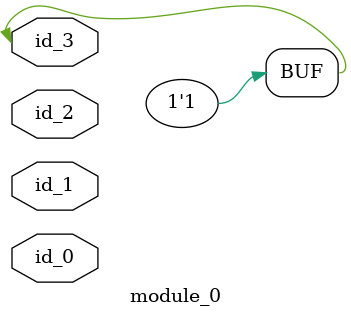
<source format=v>
module module_0 (
    input id_0,
    input id_1
    , id_2, id_3
);
  assign id_3 = 1;
  type_5 id_4 (
      .id_0(id_0),
      .id_1(1)
  );
endmodule

</source>
